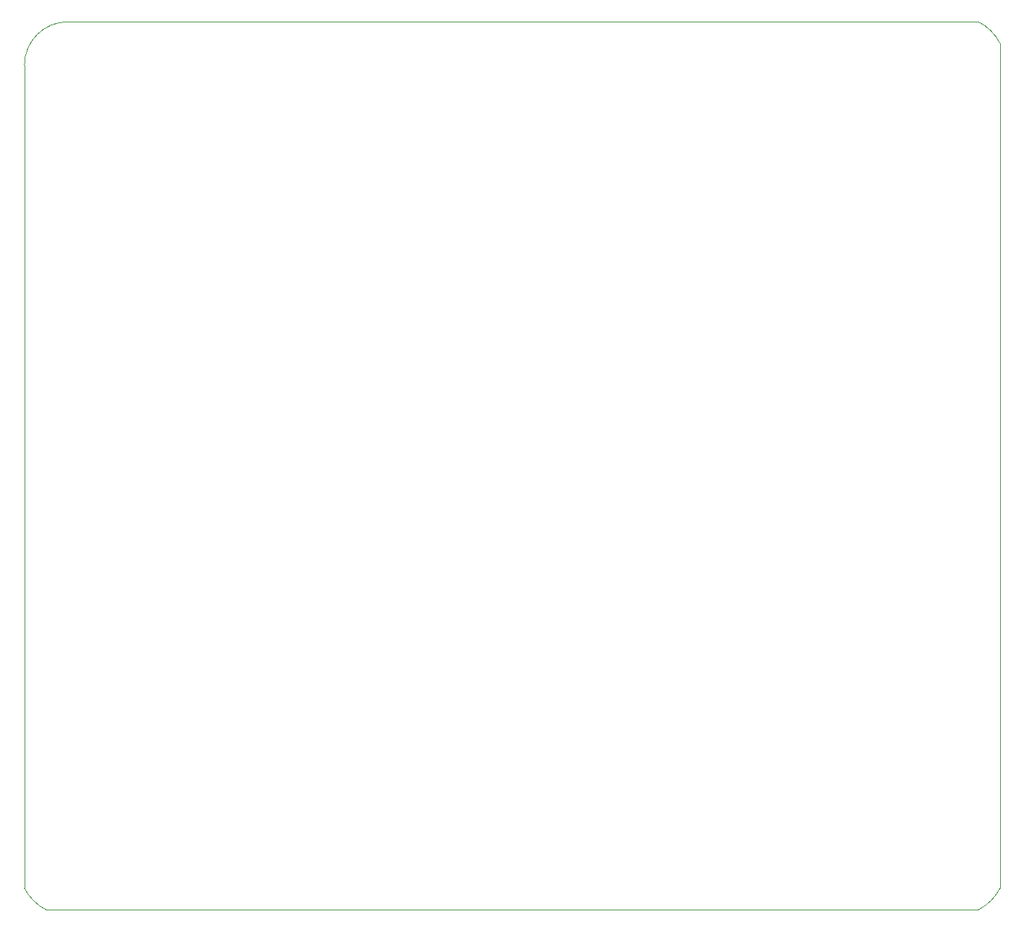
<source format=gbr>
%TF.GenerationSoftware,KiCad,Pcbnew,7.0.2*%
%TF.CreationDate,2023-04-22T23:51:56+05:30*%
%TF.ProjectId,Final circuit pcb file,46696e61-6c20-4636-9972-637569742070,rev?*%
%TF.SameCoordinates,Original*%
%TF.FileFunction,Profile,NP*%
%FSLAX46Y46*%
G04 Gerber Fmt 4.6, Leading zero omitted, Abs format (unit mm)*
G04 Created by KiCad (PCBNEW 7.0.2) date 2023-04-22 23:51:56*
%MOMM*%
%LPD*%
G01*
G04 APERTURE LIST*
%TA.AperFunction,Profile*%
%ADD10C,0.010000*%
%TD*%
G04 APERTURE END LIST*
D10*
X27940000Y-22860000D02*
G75*
G03*
X22860000Y-27940000I0J-5080000D01*
G01*
X134620000Y-22860001D02*
X35560000Y-22860000D01*
X22860000Y-27940000D02*
X22860001Y-124460000D01*
X25400000Y-126999999D02*
X134620000Y-126999999D01*
X137159998Y-25400000D02*
G75*
G03*
X134620000Y-22860002I-5079998J-2540000D01*
G01*
X35560000Y-22860000D02*
X27940000Y-22860000D01*
X22860002Y-124460000D02*
G75*
G03*
X25400000Y-126999998I5079998J2540000D01*
G01*
X137159999Y-124460000D02*
X137159999Y-25400000D01*
X134620000Y-126999998D02*
G75*
G03*
X137159998Y-124460000I-2540000J5079998D01*
G01*
M02*

</source>
